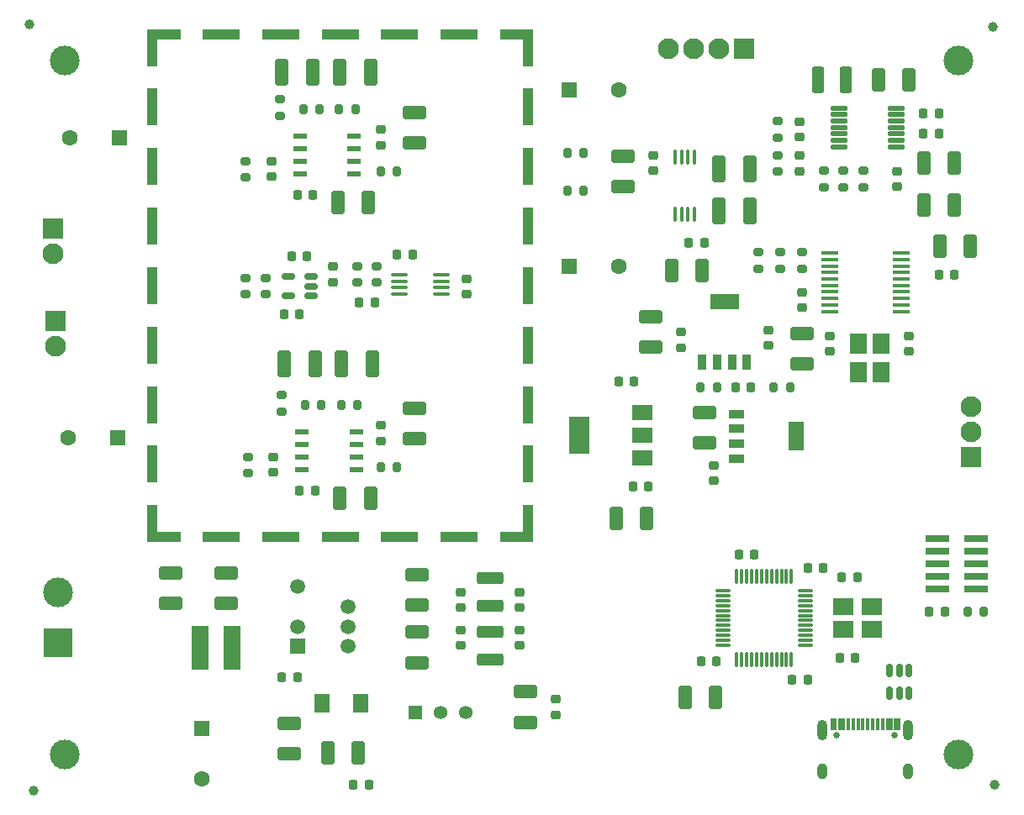
<source format=gbr>
%TF.GenerationSoftware,KiCad,Pcbnew,(6.0.0-0)*%
%TF.CreationDate,2022-09-04T12:08:38+02:00*%
%TF.ProjectId,RIAA_ADC,52494141-5f41-4444-932e-6b696361645f,rev?*%
%TF.SameCoordinates,Original*%
%TF.FileFunction,Soldermask,Top*%
%TF.FilePolarity,Negative*%
%FSLAX46Y46*%
G04 Gerber Fmt 4.6, Leading zero omitted, Abs format (unit mm)*
G04 Created by KiCad (PCBNEW (6.0.0-0)) date 2022-09-04 12:08:38*
%MOMM*%
%LPD*%
G01*
G04 APERTURE LIST*
G04 Aperture macros list*
%AMRoundRect*
0 Rectangle with rounded corners*
0 $1 Rounding radius*
0 $2 $3 $4 $5 $6 $7 $8 $9 X,Y pos of 4 corners*
0 Add a 4 corners polygon primitive as box body*
4,1,4,$2,$3,$4,$5,$6,$7,$8,$9,$2,$3,0*
0 Add four circle primitives for the rounded corners*
1,1,$1+$1,$2,$3*
1,1,$1+$1,$4,$5*
1,1,$1+$1,$6,$7*
1,1,$1+$1,$8,$9*
0 Add four rect primitives between the rounded corners*
20,1,$1+$1,$2,$3,$4,$5,0*
20,1,$1+$1,$4,$5,$6,$7,0*
20,1,$1+$1,$6,$7,$8,$9,0*
20,1,$1+$1,$8,$9,$2,$3,0*%
G04 Aperture macros list end*
%ADD10RoundRect,0.225000X0.250000X-0.225000X0.250000X0.225000X-0.250000X0.225000X-0.250000X-0.225000X0*%
%ADD11RoundRect,0.200000X0.275000X-0.200000X0.275000X0.200000X-0.275000X0.200000X-0.275000X-0.200000X0*%
%ADD12R,1.600000X1.600000*%
%ADD13C,1.600000*%
%ADD14C,3.000000*%
%ADD15RoundRect,0.250000X-0.925000X0.412500X-0.925000X-0.412500X0.925000X-0.412500X0.925000X0.412500X0*%
%ADD16C,1.000000*%
%ADD17RoundRect,0.250000X0.412500X0.925000X-0.412500X0.925000X-0.412500X-0.925000X0.412500X-0.925000X0*%
%ADD18RoundRect,0.250000X-0.412500X-1.100000X0.412500X-1.100000X0.412500X1.100000X-0.412500X1.100000X0*%
%ADD19R,1.500000X1.500000*%
%ADD20C,1.500000*%
%ADD21RoundRect,0.200000X-0.275000X0.200000X-0.275000X-0.200000X0.275000X-0.200000X0.275000X0.200000X0*%
%ADD22R,2.000000X1.500000*%
%ADD23R,2.000000X3.800000*%
%ADD24RoundRect,0.225000X-0.250000X0.225000X-0.250000X-0.225000X0.250000X-0.225000X0.250000X0.225000X0*%
%ADD25RoundRect,0.250000X-0.375000X-1.075000X0.375000X-1.075000X0.375000X1.075000X-0.375000X1.075000X0*%
%ADD26R,1.460500X0.558800*%
%ADD27R,1.800000X2.100000*%
%ADD28RoundRect,0.225000X-0.225000X-0.250000X0.225000X-0.250000X0.225000X0.250000X-0.225000X0.250000X0*%
%ADD29RoundRect,0.200000X-0.200000X-0.275000X0.200000X-0.275000X0.200000X0.275000X-0.200000X0.275000X0*%
%ADD30RoundRect,0.225000X0.225000X0.250000X-0.225000X0.250000X-0.225000X-0.250000X0.225000X-0.250000X0*%
%ADD31R,1.498600X1.905000*%
%ADD32R,1.600200X0.838200*%
%ADD33R,1.600200X2.997200*%
%ADD34RoundRect,0.250000X0.925000X-0.412500X0.925000X0.412500X-0.925000X0.412500X-0.925000X-0.412500X0*%
%ADD35RoundRect,0.075000X0.662500X0.075000X-0.662500X0.075000X-0.662500X-0.075000X0.662500X-0.075000X0*%
%ADD36RoundRect,0.075000X0.075000X0.662500X-0.075000X0.662500X-0.075000X-0.662500X0.075000X-0.662500X0*%
%ADD37R,2.100000X2.100000*%
%ADD38C,2.100000*%
%ADD39RoundRect,0.150000X0.512500X0.150000X-0.512500X0.150000X-0.512500X-0.150000X0.512500X-0.150000X0*%
%ADD40RoundRect,0.250000X-0.412500X-0.925000X0.412500X-0.925000X0.412500X0.925000X-0.412500X0.925000X0*%
%ADD41RoundRect,0.020500X0.764500X0.184500X-0.764500X0.184500X-0.764500X-0.184500X0.764500X-0.184500X0*%
%ADD42RoundRect,0.150000X-0.150000X0.512500X-0.150000X-0.512500X0.150000X-0.512500X0.150000X0.512500X0*%
%ADD43R,2.100000X1.800000*%
%ADD44RoundRect,0.250000X1.075000X-0.375000X1.075000X0.375000X-1.075000X0.375000X-1.075000X-0.375000X0*%
%ADD45R,1.651000X0.431800*%
%ADD46R,1.358000X1.358000*%
%ADD47C,1.358000*%
%ADD48C,0.650000*%
%ADD49R,0.300000X1.150000*%
%ADD50O,1.000000X1.600000*%
%ADD51O,1.000000X2.100000*%
%ADD52R,2.400000X0.740000*%
%ADD53RoundRect,0.250000X-1.075000X0.375000X-1.075000X-0.375000X1.075000X-0.375000X1.075000X0.375000X0*%
%ADD54R,1.000000X1.000000*%
%ADD55R,1.000000X3.800000*%
%ADD56R,3.800000X1.000000*%
%ADD57R,1.000000X2.700000*%
%ADD58R,2.350000X1.000000*%
%ADD59RoundRect,0.200000X0.200000X0.275000X-0.200000X0.275000X-0.200000X-0.275000X0.200000X-0.275000X0*%
%ADD60R,1.752600X4.495800*%
%ADD61R,3.000000X3.000000*%
%ADD62R,0.838200X1.600200*%
%ADD63R,2.997200X1.600200*%
%ADD64RoundRect,0.100000X0.100000X-0.637500X0.100000X0.637500X-0.100000X0.637500X-0.100000X-0.637500X0*%
%ADD65RoundRect,0.100000X-0.712500X-0.100000X0.712500X-0.100000X0.712500X0.100000X-0.712500X0.100000X0*%
G04 APERTURE END LIST*
D10*
%TO.C,C74*%
X204002651Y-73950000D03*
X204002651Y-72400000D03*
%TD*%
%TO.C,C31*%
X169002651Y-67350000D03*
X169002651Y-65800000D03*
%TD*%
D11*
%TO.C,R20*%
X211802651Y-66000000D03*
X211802651Y-64350000D03*
%TD*%
%TO.C,R4*%
X163602651Y-50600000D03*
X163602651Y-48950000D03*
%TD*%
D12*
%TO.C,C22*%
X192800000Y-65775000D03*
D13*
X197800000Y-65775000D03*
%TD*%
D14*
%TO.C,H1*%
X142000000Y-45000000D03*
%TD*%
D15*
%TO.C,C48*%
X216200000Y-72500000D03*
X216200000Y-75575000D03*
%TD*%
D16*
%TO.C,FID4*%
X235600000Y-118000000D03*
%TD*%
D17*
%TO.C,C8*%
X172740151Y-89175000D03*
X169665151Y-89175000D03*
%TD*%
D18*
%TO.C,C15*%
X169640151Y-46175000D03*
X172765151Y-46175000D03*
%TD*%
D10*
%TO.C,C19*%
X173802651Y-53550000D03*
X173802651Y-52000000D03*
%TD*%
D19*
%TO.C,U4*%
X165375151Y-104057500D03*
D20*
X165375151Y-102057500D03*
X165375151Y-98057500D03*
X170455151Y-104057500D03*
X170455151Y-102057500D03*
X170455151Y-100057500D03*
%TD*%
D12*
%TO.C,C23*%
X192800000Y-47975000D03*
D13*
X197800000Y-47975000D03*
%TD*%
D21*
%TO.C,R17*%
X173402651Y-65750000D03*
X173402651Y-67400000D03*
%TD*%
D22*
%TO.C,U11*%
X200090151Y-85075000D03*
X200090151Y-82775000D03*
X200090151Y-80475000D03*
D23*
X193790151Y-82775000D03*
%TD*%
D24*
%TO.C,C57*%
X216002651Y-51200000D03*
X216002651Y-52750000D03*
%TD*%
%TO.C,C43*%
X207300000Y-85825000D03*
X207300000Y-87375000D03*
%TD*%
D25*
%TO.C,L5*%
X217800000Y-47000000D03*
X220600000Y-47000000D03*
%TD*%
D26*
%TO.C,U1*%
X165878501Y-82470000D03*
X165878501Y-83740000D03*
X165878501Y-85010000D03*
X165878501Y-86280000D03*
X171326801Y-86280000D03*
X171326801Y-85010000D03*
X171326801Y-83740000D03*
X171326801Y-82470000D03*
%TD*%
D18*
%TO.C,C13*%
X163840151Y-46175000D03*
X166965151Y-46175000D03*
%TD*%
D15*
%TO.C,C37*%
X177402651Y-102637500D03*
X177402651Y-105712500D03*
%TD*%
D10*
%TO.C,C18*%
X173802651Y-83350000D03*
X173802651Y-81800000D03*
%TD*%
D11*
%TO.C,R26*%
X220402651Y-57800000D03*
X220402651Y-56150000D03*
%TD*%
D24*
%TO.C,C3*%
X162802651Y-55200000D03*
X162802651Y-56750000D03*
%TD*%
D27*
%TO.C,Y2*%
X221850000Y-73550000D03*
X221850000Y-76450000D03*
X224150000Y-76450000D03*
X224150000Y-73550000D03*
%TD*%
D17*
%TO.C,C66*%
X200540151Y-91175000D03*
X197465151Y-91175000D03*
%TD*%
%TO.C,C9*%
X172540151Y-59375000D03*
X169465151Y-59375000D03*
%TD*%
D28*
%TO.C,C72*%
X228427651Y-50375000D03*
X229977651Y-50375000D03*
%TD*%
D18*
%TO.C,C54*%
X207840151Y-60175000D03*
X210965151Y-60175000D03*
%TD*%
D29*
%TO.C,R8*%
X169777651Y-79775000D03*
X171427651Y-79775000D03*
%TD*%
D30*
%TO.C,C11*%
X166977651Y-58575000D03*
X165427651Y-58575000D03*
%TD*%
D31*
%TO.C,L4*%
X167852651Y-109775000D03*
X171752651Y-109775000D03*
%TD*%
D32*
%TO.C,U8*%
X209577400Y-80639400D03*
X209577400Y-82138000D03*
X209577400Y-83662000D03*
X209577400Y-85160600D03*
D33*
X215622600Y-82900000D03*
%TD*%
D34*
%TO.C,C17*%
X177202651Y-53312500D03*
X177202651Y-50237500D03*
%TD*%
D21*
%TO.C,R1*%
X160402651Y-84950000D03*
X160402651Y-86600000D03*
%TD*%
D30*
%TO.C,C56*%
X206377651Y-63375000D03*
X204827651Y-63375000D03*
%TD*%
D35*
%TO.C,U3*%
X216562500Y-103950000D03*
X216562500Y-103450000D03*
X216562500Y-102950000D03*
X216562500Y-102450000D03*
X216562500Y-101950000D03*
X216562500Y-101450000D03*
X216562500Y-100950000D03*
X216562500Y-100450000D03*
X216562500Y-99950000D03*
X216562500Y-99450000D03*
X216562500Y-98950000D03*
X216562500Y-98450000D03*
D36*
X215150000Y-97037500D03*
X214650000Y-97037500D03*
X214150000Y-97037500D03*
X213650000Y-97037500D03*
X213150000Y-97037500D03*
X212650000Y-97037500D03*
X212150000Y-97037500D03*
X211650000Y-97037500D03*
X211150000Y-97037500D03*
X210650000Y-97037500D03*
X210150000Y-97037500D03*
X209650000Y-97037500D03*
D35*
X208237500Y-98450000D03*
X208237500Y-98950000D03*
X208237500Y-99450000D03*
X208237500Y-99950000D03*
X208237500Y-100450000D03*
X208237500Y-100950000D03*
X208237500Y-101450000D03*
X208237500Y-101950000D03*
X208237500Y-102450000D03*
X208237500Y-102950000D03*
X208237500Y-103450000D03*
X208237500Y-103950000D03*
D36*
X209650000Y-105362500D03*
X210150000Y-105362500D03*
X210650000Y-105362500D03*
X211150000Y-105362500D03*
X211650000Y-105362500D03*
X212150000Y-105362500D03*
X212650000Y-105362500D03*
X213150000Y-105362500D03*
X213650000Y-105362500D03*
X214150000Y-105362500D03*
X214650000Y-105362500D03*
X215150000Y-105362500D03*
%TD*%
D24*
%TO.C,C64*%
X225802651Y-56200000D03*
X225802651Y-57750000D03*
%TD*%
D30*
%TO.C,C73*%
X199315151Y-77375000D03*
X197765151Y-77375000D03*
%TD*%
D28*
%TO.C,C7*%
X229025000Y-100600000D03*
X230575000Y-100600000D03*
%TD*%
D34*
%TO.C,C16*%
X177202651Y-83112500D03*
X177202651Y-80037500D03*
%TD*%
D28*
%TO.C,C35*%
X164027651Y-70575000D03*
X165577651Y-70575000D03*
%TD*%
D29*
%TO.C,R27*%
X205977651Y-77975000D03*
X207627651Y-77975000D03*
%TD*%
D11*
%TO.C,R24*%
X218402651Y-57800000D03*
X218402651Y-56150000D03*
%TD*%
D24*
%TO.C,C42*%
X187802651Y-102400000D03*
X187802651Y-103950000D03*
%TD*%
D15*
%TO.C,C59*%
X188402651Y-108637500D03*
X188402651Y-111712500D03*
%TD*%
D37*
%TO.C,J1*%
X141000000Y-71230000D03*
D38*
X141000000Y-73770000D03*
%TD*%
D39*
%TO.C,U5*%
X166740151Y-68725000D03*
X166740151Y-67775000D03*
X166740151Y-66825000D03*
X164465151Y-66825000D03*
X164465151Y-68725000D03*
%TD*%
D24*
%TO.C,C49*%
X201202651Y-54600000D03*
X201202651Y-56150000D03*
%TD*%
D37*
%TO.C,J3*%
X210400000Y-43800000D03*
D38*
X207860000Y-43800000D03*
X205320000Y-43800000D03*
X202780000Y-43800000D03*
%TD*%
D11*
%TO.C,R18*%
X171402651Y-67400000D03*
X171402651Y-65750000D03*
%TD*%
D40*
%TO.C,C63*%
X228465151Y-55375000D03*
X231540151Y-55375000D03*
%TD*%
D24*
%TO.C,C62*%
X191402651Y-109400000D03*
X191402651Y-110950000D03*
%TD*%
D41*
%TO.C,U12*%
X225672651Y-53725000D03*
X225672651Y-53075000D03*
X225672651Y-52425000D03*
X225672651Y-51775000D03*
X225672651Y-51125000D03*
X225672651Y-50475000D03*
X225672651Y-49825000D03*
X219932651Y-49825000D03*
X219932651Y-50475000D03*
X219932651Y-51125000D03*
X219932651Y-51775000D03*
X219932651Y-52425000D03*
X219932651Y-53075000D03*
X219932651Y-53725000D03*
%TD*%
D42*
%TO.C,U7*%
X226950000Y-106462500D03*
X226000000Y-106462500D03*
X225050000Y-106462500D03*
X225050000Y-108737500D03*
X226000000Y-108737500D03*
X226950000Y-108737500D03*
%TD*%
D17*
%TO.C,C28*%
X207537500Y-109200000D03*
X204462500Y-109200000D03*
%TD*%
D29*
%TO.C,R11*%
X173777651Y-56175000D03*
X175427651Y-56175000D03*
%TD*%
D28*
%TO.C,C36*%
X171627651Y-69375000D03*
X173177651Y-69375000D03*
%TD*%
D43*
%TO.C,Y1*%
X220350000Y-102350000D03*
X223250000Y-102350000D03*
X223250000Y-100050000D03*
X220350000Y-100050000D03*
%TD*%
D17*
%TO.C,C51*%
X171540151Y-114775000D03*
X168465151Y-114775000D03*
%TD*%
D30*
%TO.C,C32*%
X211075000Y-78000000D03*
X209525000Y-78000000D03*
%TD*%
D26*
%TO.C,U2*%
X165678501Y-52670000D03*
X165678501Y-53940000D03*
X165678501Y-55210000D03*
X165678501Y-56480000D03*
X171126801Y-56480000D03*
X171126801Y-55210000D03*
X171126801Y-53940000D03*
X171126801Y-52670000D03*
%TD*%
D37*
%TO.C,J2*%
X140800000Y-61930000D03*
D38*
X140800000Y-64470000D03*
%TD*%
D44*
%TO.C,L2*%
X184802651Y-105375000D03*
X184802651Y-102575000D03*
%TD*%
D29*
%TO.C,R10*%
X173777651Y-85975000D03*
X175427651Y-85975000D03*
%TD*%
%TO.C,R13*%
X192577651Y-54375000D03*
X194227651Y-54375000D03*
%TD*%
D45*
%TO.C,U10*%
X218970451Y-64450000D03*
X218970451Y-65100001D03*
X218970451Y-65749999D03*
X218970451Y-66400001D03*
X218970451Y-67049999D03*
X218970451Y-67699998D03*
X218970451Y-68349999D03*
X218970451Y-68999998D03*
X218970451Y-69649999D03*
X218970451Y-70299998D03*
X226234851Y-70300000D03*
X226234851Y-69650002D03*
X226234851Y-69000001D03*
X226234851Y-68350002D03*
X226234851Y-67700001D03*
X226234851Y-67050002D03*
X226234851Y-66400001D03*
X226234851Y-65750002D03*
X226234851Y-65100001D03*
X226234851Y-64450002D03*
%TD*%
D11*
%TO.C,R25*%
X222402651Y-57800000D03*
X222402651Y-56150000D03*
%TD*%
D30*
%TO.C,C34*%
X166377651Y-64775000D03*
X164827651Y-64775000D03*
%TD*%
D24*
%TO.C,C50*%
X216202651Y-68400000D03*
X216202651Y-69950000D03*
%TD*%
D21*
%TO.C,R16*%
X162202651Y-66950000D03*
X162202651Y-68600000D03*
%TD*%
D46*
%TO.C,PS1*%
X177262651Y-110762500D03*
D47*
X179802651Y-110762500D03*
X182342651Y-110762500D03*
%TD*%
D11*
%TO.C,R22*%
X213802651Y-52800000D03*
X213802651Y-51150000D03*
%TD*%
%TO.C,R15*%
X160202651Y-68600000D03*
X160202651Y-66950000D03*
%TD*%
D48*
%TO.C,J5*%
X219710000Y-112995000D03*
X225490000Y-112995000D03*
D49*
X219250000Y-111930000D03*
X220050000Y-111930000D03*
X221350000Y-111930000D03*
X222350000Y-111930000D03*
X222850000Y-111930000D03*
X223850000Y-111930000D03*
X225150000Y-111930000D03*
X225950000Y-111930000D03*
X225650000Y-111930000D03*
X224850000Y-111930000D03*
X224350000Y-111930000D03*
X223350000Y-111930000D03*
X221850000Y-111930000D03*
X220850000Y-111930000D03*
X220350000Y-111930000D03*
X219550000Y-111930000D03*
D50*
X226920000Y-116675000D03*
D51*
X226920000Y-112495000D03*
X218280000Y-112495000D03*
D50*
X218280000Y-116675000D03*
%TD*%
D11*
%TO.C,R3*%
X163802651Y-80400000D03*
X163802651Y-78750000D03*
%TD*%
D34*
%TO.C,C75*%
X201002651Y-73912500D03*
X201002651Y-70837500D03*
%TD*%
D52*
%TO.C,J4*%
X229850000Y-93160000D03*
X233750000Y-93160000D03*
X229850000Y-94430000D03*
X233750000Y-94430000D03*
X229850000Y-95700000D03*
X233750000Y-95700000D03*
X229850000Y-96970000D03*
X233750000Y-96970000D03*
X229850000Y-98240000D03*
X233750000Y-98240000D03*
%TD*%
D53*
%TO.C,L3*%
X184802651Y-97175000D03*
X184802651Y-99975000D03*
%TD*%
D30*
%TO.C,C4*%
X221775000Y-97100000D03*
X220225000Y-97100000D03*
%TD*%
%TO.C,C20*%
X211400000Y-94800000D03*
X209850000Y-94800000D03*
%TD*%
%TO.C,C68*%
X200715151Y-87975000D03*
X199165151Y-87975000D03*
%TD*%
%TO.C,C52*%
X172577651Y-117975000D03*
X171027651Y-117975000D03*
%TD*%
D34*
%TO.C,C27*%
X158202651Y-99712500D03*
X158202651Y-96637500D03*
%TD*%
D11*
%TO.C,R21*%
X216202651Y-66000000D03*
X216202651Y-64350000D03*
%TD*%
D28*
%TO.C,C26*%
X206025000Y-105600000D03*
X207575000Y-105600000D03*
%TD*%
D18*
%TO.C,C12*%
X164040151Y-75575000D03*
X167165151Y-75575000D03*
%TD*%
D12*
%TO.C,C5*%
X147300000Y-83000000D03*
D13*
X142300000Y-83000000D03*
%TD*%
D18*
%TO.C,C55*%
X207840151Y-55975000D03*
X210965151Y-55975000D03*
%TD*%
D37*
%TO.C,J7*%
X233200000Y-85000000D03*
D38*
X233200000Y-82460000D03*
X233200000Y-79920000D03*
%TD*%
D16*
%TO.C,FID3*%
X138400000Y-41400000D03*
%TD*%
D34*
%TO.C,C25*%
X152602651Y-99712500D03*
X152602651Y-96637500D03*
%TD*%
D40*
%TO.C,C53*%
X203065151Y-66175000D03*
X206140151Y-66175000D03*
%TD*%
D12*
%TO.C,C6*%
X147500000Y-52800000D03*
D13*
X142500000Y-52800000D03*
%TD*%
D12*
%TO.C,C45*%
X155802651Y-112375000D03*
D13*
X155802651Y-117375000D03*
%TD*%
D54*
%TO.C,SHIELD1*%
X150750000Y-93000000D03*
D55*
X150750000Y-73700000D03*
D56*
X157700000Y-93000000D03*
X175700000Y-93000000D03*
D54*
X188650000Y-93000000D03*
D57*
X188650000Y-44250000D03*
D55*
X150750000Y-61700000D03*
D56*
X157700000Y-42400000D03*
D54*
X188650000Y-42400000D03*
D58*
X152425000Y-42400000D03*
D57*
X188650000Y-91150000D03*
D56*
X163700000Y-42400000D03*
D55*
X188650000Y-67700000D03*
X150750000Y-55700000D03*
D56*
X175700000Y-42400000D03*
D55*
X150750000Y-67700000D03*
D57*
X150750000Y-44250000D03*
D58*
X152425000Y-93000000D03*
X186975000Y-42400000D03*
D55*
X188650000Y-79700000D03*
X188650000Y-49700000D03*
X150750000Y-79700000D03*
D58*
X186975000Y-93000000D03*
D55*
X150750000Y-85700000D03*
X188650000Y-61700000D03*
X188650000Y-73700000D03*
D56*
X181700000Y-93000000D03*
X169700000Y-93000000D03*
X169700000Y-42400000D03*
X163700000Y-93000000D03*
X181700000Y-42400000D03*
D54*
X150750000Y-42400000D03*
D57*
X150750000Y-91150000D03*
D55*
X188650000Y-85700000D03*
X150750000Y-49700000D03*
X188650000Y-55700000D03*
%TD*%
D59*
%TO.C,R14*%
X215025000Y-78000000D03*
X213375000Y-78000000D03*
%TD*%
D11*
%TO.C,R19*%
X214002651Y-66000000D03*
X214002651Y-64350000D03*
%TD*%
D24*
%TO.C,C2*%
X163002651Y-85000000D03*
X163002651Y-86550000D03*
%TD*%
D29*
%TO.C,R6*%
X166177651Y-79775000D03*
X167827651Y-79775000D03*
%TD*%
D60*
%TO.C,L1*%
X155577650Y-104175000D03*
X158827652Y-104175000D03*
%TD*%
D15*
%TO.C,C47*%
X198202651Y-54637500D03*
X198202651Y-57712500D03*
%TD*%
D10*
%TO.C,C60*%
X219002651Y-74350000D03*
X219002651Y-72800000D03*
%TD*%
D18*
%TO.C,C14*%
X169840151Y-75575000D03*
X172965151Y-75575000D03*
%TD*%
D15*
%TO.C,C46*%
X164602651Y-111837500D03*
X164602651Y-114912500D03*
%TD*%
D10*
%TO.C,C58*%
X216002651Y-56175000D03*
X216002651Y-54625000D03*
%TD*%
D40*
%TO.C,C61*%
X228465151Y-59575000D03*
X231540151Y-59575000D03*
%TD*%
D30*
%TO.C,C1*%
X221575000Y-105200000D03*
X220025000Y-105200000D03*
%TD*%
D29*
%TO.C,R9*%
X169577651Y-49975000D03*
X171227651Y-49975000D03*
%TD*%
D30*
%TO.C,C24*%
X216775000Y-107400000D03*
X215225000Y-107400000D03*
%TD*%
D28*
%TO.C,C71*%
X230027651Y-66575000D03*
X231577651Y-66575000D03*
%TD*%
D29*
%TO.C,R12*%
X192577651Y-58175000D03*
X194227651Y-58175000D03*
%TD*%
D14*
%TO.C,H3*%
X232000000Y-115000000D03*
%TD*%
D30*
%TO.C,C29*%
X165377651Y-107175000D03*
X163827651Y-107175000D03*
%TD*%
D28*
%TO.C,C21*%
X216825000Y-96200000D03*
X218375000Y-96200000D03*
%TD*%
D61*
%TO.C,J6*%
X141300000Y-103740000D03*
D14*
X141300000Y-98660000D03*
%TD*%
D10*
%TO.C,C65*%
X227002651Y-74350000D03*
X227002651Y-72800000D03*
%TD*%
D62*
%TO.C,U13*%
X206142051Y-75397600D03*
X207640651Y-75397600D03*
X209164651Y-75397600D03*
X210663251Y-75397600D03*
D63*
X208402651Y-69352400D03*
%TD*%
D28*
%TO.C,C38*%
X175427651Y-64575000D03*
X176977651Y-64575000D03*
%TD*%
%TO.C,C67*%
X228427651Y-52375000D03*
X229977651Y-52375000D03*
%TD*%
D64*
%TO.C,U9*%
X203427651Y-60500000D03*
X204077651Y-60500000D03*
X204727651Y-60500000D03*
X205377651Y-60500000D03*
X205377651Y-54775000D03*
X204727651Y-54775000D03*
X204077651Y-54775000D03*
X203427651Y-54775000D03*
%TD*%
D10*
%TO.C,C44*%
X187802651Y-100150000D03*
X187802651Y-98600000D03*
%TD*%
D21*
%TO.C,R2*%
X160202651Y-55150000D03*
X160202651Y-56800000D03*
%TD*%
D10*
%TO.C,C40*%
X181802651Y-103950000D03*
X181802651Y-102400000D03*
%TD*%
D24*
%TO.C,C41*%
X181802651Y-98600000D03*
X181802651Y-100150000D03*
%TD*%
D30*
%TO.C,C10*%
X167177651Y-88375000D03*
X165627651Y-88375000D03*
%TD*%
D14*
%TO.C,H2*%
X232000000Y-45000000D03*
%TD*%
D65*
%TO.C,U6*%
X175690151Y-66600000D03*
X175690151Y-67250000D03*
X175690151Y-67900000D03*
X175690151Y-68550000D03*
X179915151Y-68550000D03*
X179915151Y-67900000D03*
X179915151Y-67250000D03*
X179915151Y-66600000D03*
%TD*%
D29*
%TO.C,R7*%
X165977651Y-49975000D03*
X167627651Y-49975000D03*
%TD*%
D59*
%TO.C,R5*%
X234525000Y-100600000D03*
X232875000Y-100600000D03*
%TD*%
D24*
%TO.C,C30*%
X182402651Y-67000000D03*
X182402651Y-68550000D03*
%TD*%
D16*
%TO.C,FID1*%
X235400000Y-41600000D03*
%TD*%
D14*
%TO.C,H4*%
X142000000Y-115000000D03*
%TD*%
D34*
%TO.C,C33*%
X206400000Y-83537500D03*
X206400000Y-80462500D03*
%TD*%
D17*
%TO.C,C70*%
X227000000Y-46975000D03*
X223925000Y-46975000D03*
%TD*%
D24*
%TO.C,C76*%
X212802651Y-72200000D03*
X212802651Y-73750000D03*
%TD*%
D16*
%TO.C,FID2*%
X138800000Y-118600000D03*
%TD*%
D11*
%TO.C,R23*%
X213802651Y-56200000D03*
X213802651Y-54550000D03*
%TD*%
D15*
%TO.C,C39*%
X177402651Y-96837500D03*
X177402651Y-99912500D03*
%TD*%
D40*
%TO.C,C69*%
X230065151Y-63775000D03*
X233140151Y-63775000D03*
%TD*%
M02*

</source>
